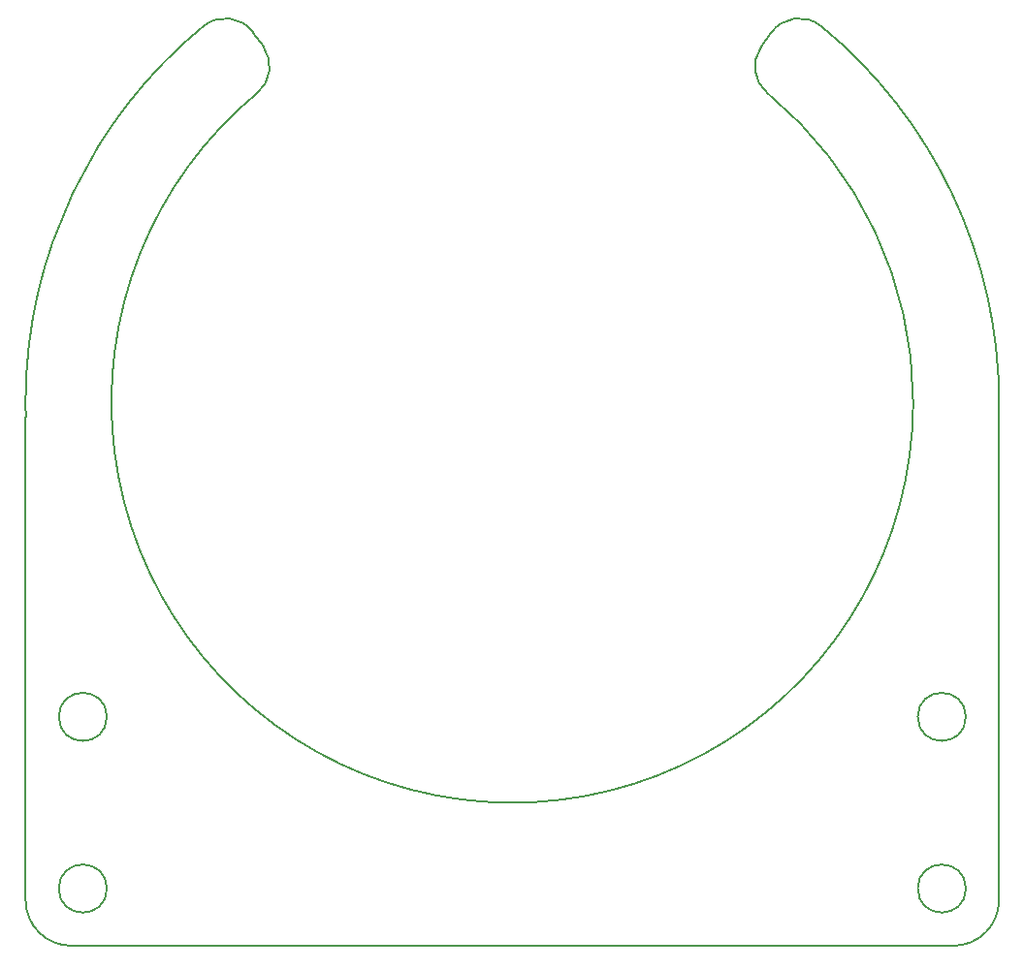
<source format=gbr>
%TF.GenerationSoftware,KiCad,Pcbnew,7.0.8*%
%TF.CreationDate,2024-01-31T23:47:12+00:00*%
%TF.ProjectId,Milo_RingLight,4d696c6f-5f52-4696-9e67-4c696768742e,rev?*%
%TF.SameCoordinates,Original*%
%TF.FileFunction,Profile,NP*%
%FSLAX46Y46*%
G04 Gerber Fmt 4.6, Leading zero omitted, Abs format (unit mm)*
G04 Created by KiCad (PCBNEW 7.0.8) date 2024-01-31 23:47:12*
%MOMM*%
%LPD*%
G01*
G04 APERTURE LIST*
%TA.AperFunction,Profile*%
%ADD10C,0.200000*%
%TD*%
G04 APERTURE END LIST*
D10*
X112500000Y-98600000D02*
X112500000Y-56341751D01*
X112481855Y-56341751D02*
X112499312Y-55341751D01*
X112500000Y-56341751D02*
X112481855Y-56341751D01*
X27500343Y-54929289D02*
X27500343Y-55270710D01*
X112499312Y-55100003D02*
X112500000Y-55100000D01*
X34600343Y-97600000D02*
G75*
G03*
X34600343Y-97600000I-2100000J0D01*
G01*
X109600000Y-82600000D02*
G75*
G03*
X109600000Y-82600000I-2100000J0D01*
G01*
X105000000Y-55100000D02*
G75*
G03*
X92275963Y-28104047I-35000000J0D01*
G01*
X48272125Y-24069378D02*
X47409169Y-22836950D01*
X96950698Y-22237997D02*
G75*
G03*
X92590830Y-22836950I-1902398J-2319703D01*
G01*
X104999165Y-55100003D02*
X104999165Y-55341751D01*
X27500343Y-54929289D02*
X27500343Y-55270710D01*
X27500343Y-55270710D02*
X27518144Y-56341751D01*
X27518144Y-56341751D02*
X27500343Y-56341751D01*
X27500340Y-98600000D02*
G75*
G03*
X31500343Y-102600000I4000000J0D01*
G01*
X104999165Y-55100003D02*
X104999165Y-55341751D01*
X105000000Y-55100000D02*
G75*
G03*
X92275963Y-28104047I-35000000J0D01*
G01*
X27500343Y-56341751D02*
X27500343Y-98600000D01*
X112481855Y-56341751D02*
X112499312Y-55341751D01*
X47724038Y-28104048D02*
G75*
G03*
X104999164Y-55341751I22275962J-26995952D01*
G01*
X112500000Y-56341751D02*
X112481855Y-56341751D01*
X34600343Y-82600000D02*
G75*
G03*
X34600343Y-82600000I-2100000J0D01*
G01*
X27500340Y-98600000D02*
G75*
G03*
X31500343Y-102600000I4000000J0D01*
G01*
X112500000Y-55100000D02*
G75*
G03*
X96950688Y-22238009I-42500000J0D01*
G01*
X43049313Y-22238010D02*
G75*
G03*
X27500344Y-54929289I26950687J-32861990D01*
G01*
X47724038Y-28104048D02*
G75*
G03*
X104999164Y-55341751I22275962J-26995952D01*
G01*
X91727862Y-24069369D02*
G75*
G03*
X92275963Y-28104047I2457438J-1720731D01*
G01*
X96950698Y-22237997D02*
G75*
G03*
X92590830Y-22836950I-1902398J-2319703D01*
G01*
X27518144Y-56341751D02*
X27500343Y-56341751D01*
X112500000Y-55100000D02*
G75*
G03*
X96950688Y-22238009I-42500000J0D01*
G01*
X112499312Y-55341751D02*
X112499312Y-55100003D01*
X27500343Y-55270710D02*
X27518144Y-56341751D01*
X47409156Y-22836959D02*
G75*
G03*
X43049312Y-22238010I-2457456J-1720741D01*
G01*
X112499312Y-55341751D02*
X112499312Y-55100003D01*
X112499312Y-55100003D02*
X112500000Y-55100000D01*
X27500343Y-56341751D02*
X27500343Y-98600000D01*
X105000000Y-55100000D02*
X104999165Y-55100003D01*
X105000000Y-55100000D02*
X104999165Y-55100003D01*
X92590830Y-22836950D02*
X91727875Y-24069378D01*
X48272125Y-24069378D02*
X47409169Y-22836950D01*
X109600000Y-97600000D02*
G75*
G03*
X109600000Y-97600000I-2100000J0D01*
G01*
X43049313Y-22238010D02*
G75*
G03*
X27500344Y-54929289I26950687J-32861990D01*
G01*
X112500000Y-98600000D02*
X112500000Y-56341751D01*
X47724027Y-28104034D02*
G75*
G03*
X48272125Y-24069378I-1909327J2313934D01*
G01*
X108500000Y-102600000D02*
G75*
G03*
X112500000Y-98600000I0J4000000D01*
G01*
X92590830Y-22836950D02*
X91727875Y-24069378D01*
X108500000Y-102600000D02*
G75*
G03*
X112500000Y-98600000I0J4000000D01*
G01*
X31500343Y-102600000D02*
X108500000Y-102600000D01*
X47409156Y-22836959D02*
G75*
G03*
X43049312Y-22238010I-2457456J-1720741D01*
G01*
X109600000Y-82600000D02*
G75*
G03*
X109600000Y-82600000I-2100000J0D01*
G01*
X31500343Y-102600000D02*
X108500000Y-102600000D01*
X47724027Y-28104034D02*
G75*
G03*
X48272125Y-24069378I-1909327J2313934D01*
G01*
X34600343Y-97600000D02*
G75*
G03*
X34600343Y-97600000I-2100000J0D01*
G01*
X34600343Y-82600000D02*
G75*
G03*
X34600343Y-82600000I-2100000J0D01*
G01*
X91727862Y-24069369D02*
G75*
G03*
X92275963Y-28104047I2457438J-1720731D01*
G01*
X109600000Y-97600000D02*
G75*
G03*
X109600000Y-97600000I-2100000J0D01*
G01*
M02*

</source>
